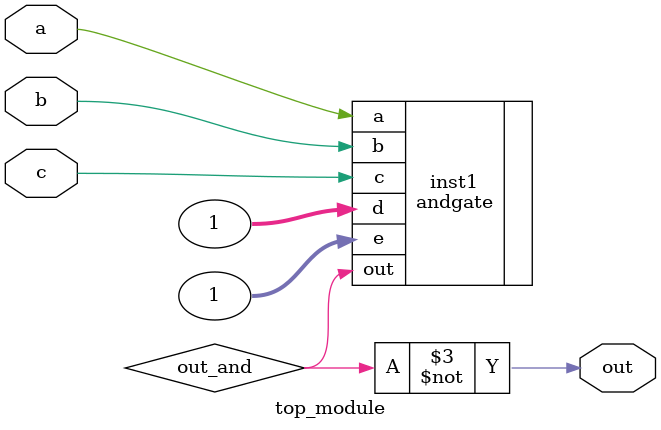
<source format=v>
module top_module (input a, input b, input c, output out);//

    wire out_and;
    andgate inst1 ( .out(out_and), .a(a), .b(b), .c(c) , .d(1), .e(1));
    assign out = ~out_and;
endmodule

</source>
